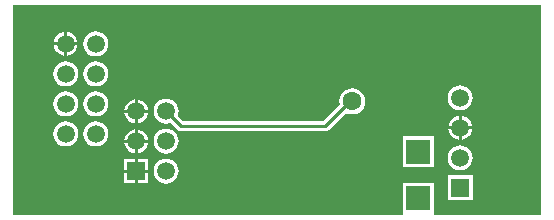
<source format=gbl>
G04 Layer_Physical_Order=2*
G04 Layer_Color=16711680*
%FSLAX44Y44*%
%MOMM*%
G71*
G01*
G75*
%ADD18C,0.2540*%
%ADD19R,2.0000X2.0000*%
%ADD20C,1.5000*%
%ADD21R,1.5000X1.5000*%
%ADD22C,1.6000*%
G36*
X1778000Y254000D02*
X1687584D01*
X1686860Y254970D01*
X1686860Y255270D01*
Y280970D01*
X1660860D01*
Y255270D01*
X1660860Y254970D01*
X1660136Y254000D01*
X1330960D01*
Y431800D01*
X1778000D01*
Y254000D01*
D02*
G37*
%LPC*%
G36*
X1445059Y314960D02*
X1436370D01*
Y306271D01*
X1437721Y306448D01*
X1440163Y307460D01*
X1442261Y309069D01*
X1443870Y311167D01*
X1444882Y313609D01*
X1445059Y314960D01*
D02*
G37*
G36*
X1375410Y333171D02*
X1372669Y332810D01*
X1370115Y331752D01*
X1367921Y330069D01*
X1366238Y327875D01*
X1365180Y325321D01*
X1364819Y322580D01*
X1365180Y319839D01*
X1366238Y317285D01*
X1367921Y315091D01*
X1370115Y313408D01*
X1372669Y312350D01*
X1375410Y311989D01*
X1378151Y312350D01*
X1380705Y313408D01*
X1382899Y315091D01*
X1384582Y317285D01*
X1385640Y319839D01*
X1386001Y322580D01*
X1385640Y325321D01*
X1384582Y327875D01*
X1382899Y330069D01*
X1380705Y331752D01*
X1378151Y332810D01*
X1375410Y333171D01*
D02*
G37*
G36*
X1460500Y326821D02*
X1457759Y326460D01*
X1455205Y325402D01*
X1453011Y323719D01*
X1451328Y321525D01*
X1450270Y318971D01*
X1449909Y316230D01*
X1450270Y313489D01*
X1451328Y310935D01*
X1453011Y308741D01*
X1455205Y307058D01*
X1457759Y306000D01*
X1460500Y305639D01*
X1463241Y306000D01*
X1465795Y307058D01*
X1467989Y308741D01*
X1469672Y310935D01*
X1470730Y313489D01*
X1471091Y316230D01*
X1470730Y318971D01*
X1469672Y321525D01*
X1467989Y323719D01*
X1465795Y325402D01*
X1463241Y326460D01*
X1460500Y326821D01*
D02*
G37*
G36*
X1433830Y314960D02*
X1425141D01*
X1425318Y313609D01*
X1426330Y311167D01*
X1427939Y309069D01*
X1430037Y307460D01*
X1432479Y306448D01*
X1433830Y306271D01*
Y314960D01*
D02*
G37*
G36*
X1436370Y326189D02*
Y317500D01*
X1445059D01*
X1444882Y318851D01*
X1443870Y321293D01*
X1442261Y323391D01*
X1440163Y325000D01*
X1437721Y326012D01*
X1436370Y326189D01*
D02*
G37*
G36*
X1708150Y326390D02*
X1699461D01*
X1699638Y325039D01*
X1700650Y322597D01*
X1702259Y320499D01*
X1704357Y318890D01*
X1706799Y317878D01*
X1708150Y317701D01*
Y326390D01*
D02*
G37*
G36*
X1400810Y333171D02*
X1398069Y332810D01*
X1395515Y331752D01*
X1393321Y330069D01*
X1391638Y327875D01*
X1390580Y325321D01*
X1390219Y322580D01*
X1390580Y319839D01*
X1391638Y317285D01*
X1393321Y315091D01*
X1395515Y313408D01*
X1398069Y312350D01*
X1400810Y311989D01*
X1403551Y312350D01*
X1406105Y313408D01*
X1408299Y315091D01*
X1409982Y317285D01*
X1411040Y319839D01*
X1411401Y322580D01*
X1411040Y325321D01*
X1409982Y327875D01*
X1408299Y330069D01*
X1406105Y331752D01*
X1403551Y332810D01*
X1400810Y333171D01*
D02*
G37*
G36*
X1433830Y326189D02*
X1432479Y326012D01*
X1430037Y325000D01*
X1427939Y323391D01*
X1426330Y321293D01*
X1425318Y318851D01*
X1425141Y317500D01*
X1433830D01*
Y326189D01*
D02*
G37*
G36*
Y289560D02*
X1425060D01*
Y280790D01*
X1433830D01*
Y289560D01*
D02*
G37*
G36*
X1445140D02*
X1436370D01*
Y280790D01*
X1445140D01*
Y289560D01*
D02*
G37*
G36*
X1719920Y287360D02*
X1698920D01*
Y266360D01*
X1719920D01*
Y287360D01*
D02*
G37*
G36*
X1460500Y301421D02*
X1457759Y301060D01*
X1455205Y300002D01*
X1453011Y298319D01*
X1451328Y296125D01*
X1450270Y293571D01*
X1449909Y290830D01*
X1450270Y288089D01*
X1451328Y285535D01*
X1453011Y283341D01*
X1455205Y281658D01*
X1457759Y280600D01*
X1460500Y280239D01*
X1463241Y280600D01*
X1465795Y281658D01*
X1467989Y283341D01*
X1469672Y285535D01*
X1470730Y288089D01*
X1471091Y290830D01*
X1470730Y293571D01*
X1469672Y296125D01*
X1467989Y298319D01*
X1465795Y300002D01*
X1463241Y301060D01*
X1460500Y301421D01*
D02*
G37*
G36*
X1445140Y300870D02*
X1436370D01*
Y292100D01*
X1445140D01*
Y300870D01*
D02*
G37*
G36*
X1686860Y320340D02*
X1660860D01*
Y294340D01*
X1686860D01*
Y320340D01*
D02*
G37*
G36*
X1709420Y312851D02*
X1706679Y312490D01*
X1704125Y311432D01*
X1701931Y309749D01*
X1700248Y307555D01*
X1699190Y305001D01*
X1698829Y302260D01*
X1699190Y299519D01*
X1700248Y296965D01*
X1701931Y294771D01*
X1704125Y293088D01*
X1706679Y292030D01*
X1709420Y291669D01*
X1712161Y292030D01*
X1714715Y293088D01*
X1716909Y294771D01*
X1718592Y296965D01*
X1719650Y299519D01*
X1720011Y302260D01*
X1719650Y305001D01*
X1718592Y307555D01*
X1716909Y309749D01*
X1714715Y311432D01*
X1712161Y312490D01*
X1709420Y312851D01*
D02*
G37*
G36*
X1433830Y300870D02*
X1425060D01*
Y292100D01*
X1433830D01*
Y300870D01*
D02*
G37*
G36*
X1719379Y326390D02*
X1710690D01*
Y317701D01*
X1712041Y317878D01*
X1714483Y318890D01*
X1716581Y320499D01*
X1718190Y322597D01*
X1719202Y325039D01*
X1719379Y326390D01*
D02*
G37*
G36*
X1400810Y383971D02*
X1398069Y383610D01*
X1395515Y382552D01*
X1393321Y380869D01*
X1391638Y378675D01*
X1390580Y376121D01*
X1390219Y373380D01*
X1390580Y370639D01*
X1391638Y368085D01*
X1393321Y365891D01*
X1395515Y364208D01*
X1398069Y363150D01*
X1400810Y362789D01*
X1403551Y363150D01*
X1406105Y364208D01*
X1408299Y365891D01*
X1409982Y368085D01*
X1411040Y370639D01*
X1411401Y373380D01*
X1411040Y376121D01*
X1409982Y378675D01*
X1408299Y380869D01*
X1406105Y382552D01*
X1403551Y383610D01*
X1400810Y383971D01*
D02*
G37*
G36*
Y409371D02*
X1398069Y409010D01*
X1395515Y407952D01*
X1393321Y406269D01*
X1391638Y404075D01*
X1390580Y401521D01*
X1390219Y398780D01*
X1390580Y396039D01*
X1391638Y393485D01*
X1393321Y391291D01*
X1395515Y389608D01*
X1398069Y388550D01*
X1400810Y388189D01*
X1403551Y388550D01*
X1406105Y389608D01*
X1408299Y391291D01*
X1409982Y393485D01*
X1411040Y396039D01*
X1411401Y398780D01*
X1411040Y401521D01*
X1409982Y404075D01*
X1408299Y406269D01*
X1406105Y407952D01*
X1403551Y409010D01*
X1400810Y409371D01*
D02*
G37*
G36*
X1436370Y351589D02*
Y342900D01*
X1445059D01*
X1444882Y344251D01*
X1443870Y346693D01*
X1442261Y348791D01*
X1440163Y350400D01*
X1437721Y351412D01*
X1436370Y351589D01*
D02*
G37*
G36*
X1375410Y383971D02*
X1372669Y383610D01*
X1370115Y382552D01*
X1367921Y380869D01*
X1366238Y378675D01*
X1365180Y376121D01*
X1364819Y373380D01*
X1365180Y370639D01*
X1366238Y368085D01*
X1367921Y365891D01*
X1370115Y364208D01*
X1372669Y363150D01*
X1375410Y362789D01*
X1378151Y363150D01*
X1380705Y364208D01*
X1382899Y365891D01*
X1384582Y368085D01*
X1385640Y370639D01*
X1386001Y373380D01*
X1385640Y376121D01*
X1384582Y378675D01*
X1382899Y380869D01*
X1380705Y382552D01*
X1378151Y383610D01*
X1375410Y383971D01*
D02*
G37*
G36*
X1374140Y408739D02*
X1372789Y408562D01*
X1370347Y407550D01*
X1368249Y405941D01*
X1366640Y403843D01*
X1365628Y401401D01*
X1365451Y400050D01*
X1374140D01*
Y408739D01*
D02*
G37*
G36*
X1376680D02*
Y400050D01*
X1385369D01*
X1385192Y401401D01*
X1384180Y403843D01*
X1382571Y405941D01*
X1380473Y407550D01*
X1378031Y408562D01*
X1376680Y408739D01*
D02*
G37*
G36*
X1374140Y397510D02*
X1365451D01*
X1365628Y396159D01*
X1366640Y393717D01*
X1368249Y391619D01*
X1370347Y390010D01*
X1372789Y388998D01*
X1374140Y388821D01*
Y397510D01*
D02*
G37*
G36*
X1385369D02*
X1376680D01*
Y388821D01*
X1378031Y388998D01*
X1380473Y390010D01*
X1382571Y391619D01*
X1384180Y393717D01*
X1385192Y396159D01*
X1385369Y397510D01*
D02*
G37*
G36*
X1433830Y351589D02*
X1432479Y351412D01*
X1430037Y350400D01*
X1427939Y348791D01*
X1426330Y346693D01*
X1425318Y344251D01*
X1425141Y342900D01*
X1433830D01*
Y351589D01*
D02*
G37*
G36*
Y340360D02*
X1425141D01*
X1425318Y339009D01*
X1426330Y336567D01*
X1427939Y334469D01*
X1430037Y332860D01*
X1432479Y331848D01*
X1433830Y331671D01*
Y340360D01*
D02*
G37*
G36*
X1445059D02*
X1436370D01*
Y331671D01*
X1437721Y331848D01*
X1440163Y332860D01*
X1442261Y334469D01*
X1443870Y336567D01*
X1444882Y339009D01*
X1445059Y340360D01*
D02*
G37*
G36*
X1708150Y337619D02*
X1706799Y337442D01*
X1704357Y336430D01*
X1702259Y334821D01*
X1700650Y332723D01*
X1699638Y330281D01*
X1699461Y328930D01*
X1708150D01*
Y337619D01*
D02*
G37*
G36*
X1710690D02*
Y328930D01*
X1719379D01*
X1719202Y330281D01*
X1718190Y332723D01*
X1716581Y334821D01*
X1714483Y336430D01*
X1712041Y337442D01*
X1710690Y337619D01*
D02*
G37*
G36*
X1400810Y358571D02*
X1398069Y358210D01*
X1395515Y357152D01*
X1393321Y355469D01*
X1391638Y353275D01*
X1390580Y350721D01*
X1390219Y347980D01*
X1390580Y345239D01*
X1391638Y342685D01*
X1393321Y340491D01*
X1395515Y338808D01*
X1398069Y337750D01*
X1400810Y337389D01*
X1403551Y337750D01*
X1406105Y338808D01*
X1408299Y340491D01*
X1409982Y342685D01*
X1411040Y345239D01*
X1411401Y347980D01*
X1411040Y350721D01*
X1409982Y353275D01*
X1408299Y355469D01*
X1406105Y357152D01*
X1403551Y358210D01*
X1400810Y358571D01*
D02*
G37*
G36*
X1709420Y363651D02*
X1706679Y363290D01*
X1704125Y362232D01*
X1701931Y360549D01*
X1700248Y358355D01*
X1699190Y355801D01*
X1698829Y353060D01*
X1699190Y350319D01*
X1700248Y347765D01*
X1701931Y345571D01*
X1704125Y343888D01*
X1706679Y342830D01*
X1709420Y342469D01*
X1712161Y342830D01*
X1714715Y343888D01*
X1716909Y345571D01*
X1718592Y347765D01*
X1719650Y350319D01*
X1720011Y353060D01*
X1719650Y355801D01*
X1718592Y358355D01*
X1716909Y360549D01*
X1714715Y362232D01*
X1712161Y363290D01*
X1709420Y363651D01*
D02*
G37*
G36*
X1618000Y361095D02*
X1615128Y360717D01*
X1612453Y359608D01*
X1610155Y357845D01*
X1608392Y355547D01*
X1607283Y352872D01*
X1606905Y350000D01*
X1607269Y347236D01*
X1593317Y333284D01*
X1475003D01*
X1470340Y337947D01*
X1470730Y338889D01*
X1471091Y341630D01*
X1470730Y344371D01*
X1469672Y346925D01*
X1467989Y349119D01*
X1465795Y350802D01*
X1463241Y351860D01*
X1460500Y352221D01*
X1457759Y351860D01*
X1455205Y350802D01*
X1453011Y349119D01*
X1451328Y346925D01*
X1450270Y344371D01*
X1449909Y341630D01*
X1450270Y338889D01*
X1451328Y336335D01*
X1453011Y334141D01*
X1455205Y332458D01*
X1457759Y331400D01*
X1460500Y331039D01*
X1463241Y331400D01*
X1464183Y331790D01*
X1470121Y325852D01*
X1471534Y324908D01*
X1473200Y324576D01*
X1595120D01*
X1596786Y324908D01*
X1598199Y325852D01*
X1612655Y340308D01*
X1615128Y339283D01*
X1618000Y338905D01*
X1620872Y339283D01*
X1623547Y340392D01*
X1625845Y342155D01*
X1627608Y344453D01*
X1628717Y347128D01*
X1629095Y350000D01*
X1628717Y352872D01*
X1627608Y355547D01*
X1625845Y357845D01*
X1623547Y359608D01*
X1620872Y360717D01*
X1618000Y361095D01*
D02*
G37*
G36*
X1375410Y358571D02*
X1372669Y358210D01*
X1370115Y357152D01*
X1367921Y355469D01*
X1366238Y353275D01*
X1365180Y350721D01*
X1364819Y347980D01*
X1365180Y345239D01*
X1366238Y342685D01*
X1367921Y340491D01*
X1370115Y338808D01*
X1372669Y337750D01*
X1375410Y337389D01*
X1378151Y337750D01*
X1380705Y338808D01*
X1382899Y340491D01*
X1384582Y342685D01*
X1385640Y345239D01*
X1386001Y347980D01*
X1385640Y350721D01*
X1384582Y353275D01*
X1382899Y355469D01*
X1380705Y357152D01*
X1378151Y358210D01*
X1375410Y358571D01*
D02*
G37*
%LPD*%
D18*
X1616190Y350000D02*
X1618000D01*
X1595120Y328930D02*
X1616190Y350000D01*
X1473200Y328930D02*
X1595120D01*
X1460500Y341630D02*
X1473200Y328930D01*
D19*
X1673860Y307340D02*
D03*
Y267970D02*
D03*
D20*
X1400810Y322580D02*
D03*
X1375410D02*
D03*
X1400810Y347980D02*
D03*
X1375410D02*
D03*
X1400810Y373380D02*
D03*
X1375410D02*
D03*
X1400810Y398780D02*
D03*
X1375410D02*
D03*
X1709420Y302260D02*
D03*
Y327660D02*
D03*
Y353060D02*
D03*
X1460500Y341630D02*
D03*
X1435100D02*
D03*
X1460500Y316230D02*
D03*
X1435100D02*
D03*
X1460500Y290830D02*
D03*
D21*
X1709420Y276860D02*
D03*
X1435100Y290830D02*
D03*
D22*
X1618000Y350000D02*
D03*
M02*

</source>
